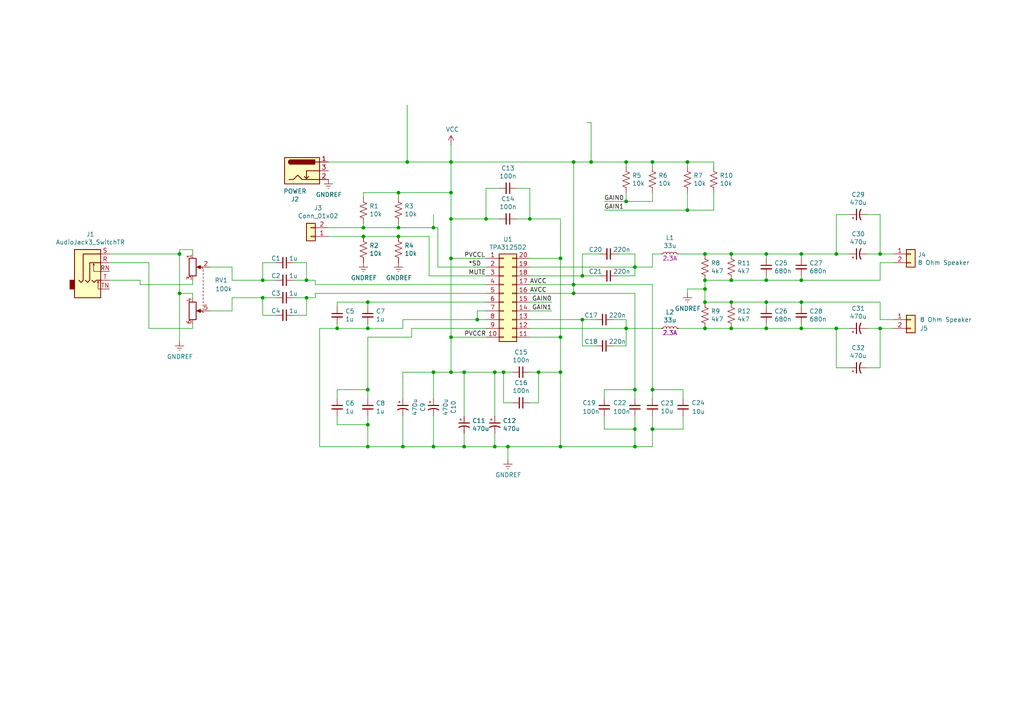
<source format=kicad_sch>
(kicad_sch (version 20211123) (generator eeschema)
  (paper "A4")
  (lib_symbols
    (symbol "Connector:AudioJack3_SwitchTR"
      (property "Reference" "J" (at 0 8.89 0))
      (property "Value" "AudioJack3_SwitchTR" (at 0 6.35 0))
      (symbol "AudioJack3_SwitchTR_0_1"
        (rectangle (start -5.08 -5.08) (end -6.35 -7.62) (stroke (width 0.254)) (fill (type outline)))
        (polyline (pts (xy 0.508 -0.254) (xy 0.762 -0.762)))
        (polyline (pts (xy 1.778 -5.334) (xy 2.032 -5.842)))
        (polyline (pts (xy 0 -5.08) (xy 0.635 -5.715) (xy 1.27 -5.08) (xy 2.54 -5.08)) (stroke (width 0.254)))
        (polyline (pts (xy 2.54 -7.62) (xy 1.778 -7.62) (xy 1.778 -5.334) (xy 1.524 -5.842)))
        (polyline (pts (xy 2.54 -2.54) (xy 0.508 -2.54) (xy 0.508 -0.254) (xy 0.254 -0.762)))
        (polyline (pts (xy -1.905 -5.08) (xy -1.27 -5.715) (xy -0.635 -5.08) (xy -0.635 0) (xy 2.54 0)) (stroke (width 0.254)))
        (polyline (pts (xy 2.54 2.54) (xy -2.54 2.54) (xy -2.54 -5.08) (xy -3.175 -5.715) (xy -3.81 -5.08)) (stroke (width 0.254)))
        (rectangle (start 2.54 3.81) (end -5.08 -10.16) (stroke (width 0.254)) (fill (type background)))
      )
      (symbol "AudioJack3_SwitchTR_1_1"
        (pin passive line (at 5.08 0 180) (length 2.54) (name "~") (number "R"))
        (pin passive line (at 5.08 -2.54 180) (length 2.54) (name "~") (number "RN"))
        (pin passive line (at 5.08 2.54 180) (length 2.54) (name "~") (number "S"))
        (pin passive line (at 5.08 -5.08 180) (length 2.54) (name "~") (number "T"))
        (pin passive line (at 5.08 -7.62 180) (length 2.54) (name "~") (number "TN"))
      )
    )
    (symbol "Connector:Barrel_Jack_Switch" (pin_names hide)
      (property "Reference" "J" (at 0 5.334 0))
      (property "Value" "Barrel_Jack_Switch" (at 0 -5.08 0))
      (symbol "Barrel_Jack_Switch_0_1"
        (rectangle (start -5.08 3.81) (end 5.08 -3.81) (stroke (width 0.254)) (fill (type background)))
        (arc (start -3.302 3.175) (mid -3.937 2.54) (end -3.302 1.905) (stroke (width 0.254)))
        (arc (start -3.302 3.175) (mid -3.937 2.54) (end -3.302 1.905) (stroke (width 0.254)) (fill (type outline)))
        (polyline (pts (xy 1.27 -2.286) (xy 1.905 -1.651)) (stroke (width 0.254)))
        (polyline (pts (xy 5.08 2.54) (xy 3.81 2.54)) (stroke (width 0.254)))
        (polyline (pts (xy 5.08 0) (xy 1.27 0) (xy 1.27 -2.286) (xy 0.635 -1.651)) (stroke (width 0.254)))
        (polyline (pts (xy -3.81 -2.54) (xy -2.54 -2.54) (xy -1.27 -1.27) (xy 0 -2.54) (xy 2.54 -2.54) (xy 5.08 -2.54)) (stroke (width 0.254)))
        (rectangle (start 3.683 3.175) (end -3.302 1.905) (stroke (width 0.254)) (fill (type outline)))
      )
      (symbol "Barrel_Jack_Switch_1_1"
        (pin passive line (at 7.62 2.54 180) (length 2.54) (name "~") (number "1"))
        (pin passive line (at 7.62 -2.54 180) (length 2.54) (name "~") (number "2"))
        (pin passive line (at 7.62 0 180) (length 2.54) (name "~") (number "3"))
      )
    )
    (symbol "Connector_Generic:Conn_01x02" (pin_names (offset 1.016) hide)
      (property "Reference" "J" (at 0 2.54 0))
      (property "Value" "Conn_01x02" (at 0 -5.08 0))
      (symbol "Conn_01x02_1_1"
        (rectangle (start -1.27 -2.413) (end 0 -2.667) (stroke (width 0.1524)))
        (rectangle (start -1.27 0.127) (end 0 -0.127) (stroke (width 0.1524)))
        (rectangle (start -1.27 1.27) (end 1.27 -3.81) (stroke (width 0.254)) (fill (type background)))
        (pin passive line (at -5.08 0 0) (length 3.81) (name "Pin_1") (number "1"))
        (pin passive line (at -5.08 -2.54 0) (length 3.81) (name "Pin_2") (number "2"))
      )
    )
    (symbol "Connector_Generic:Conn_02x10_Counter_Clockwise" (pin_names (offset 1.016) hide)
      (property "Reference" "J" (at 1.27 12.7 0))
      (property "Value" "Conn_02x10_Counter_Clockwise" (at 1.27 -15.24 0))
      (symbol "Conn_02x10_Counter_Clockwise_1_1"
        (rectangle (start -1.27 -12.573) (end 0 -12.827) (stroke (width 0.1524)))
        (rectangle (start -1.27 -10.033) (end 0 -10.287) (stroke (width 0.1524)))
        (rectangle (start -1.27 -7.493) (end 0 -7.747) (stroke (width 0.1524)))
        (rectangle (start -1.27 -4.953) (end 0 -5.207) (stroke (width 0.1524)))
        (rectangle (start -1.27 -2.413) (end 0 -2.667) (stroke (width 0.1524)))
        (rectangle (start -1.27 0.127) (end 0 -0.127) (stroke (width 0.1524)))
        (rectangle (start -1.27 2.667) (end 0 2.413) (stroke (width 0.1524)))
        (rectangle (start -1.27 5.207) (end 0 4.953) (stroke (width 0.1524)))
        (rectangle (start -1.27 7.747) (end 0 7.493) (stroke (width 0.1524)))
        (rectangle (start -1.27 10.287) (end 0 10.033) (stroke (width 0.1524)))
        (rectangle (start -1.27 11.43) (end 3.81 -13.97) (stroke (width 0.254)) (fill (type background)))
        (rectangle (start 3.81 -12.573) (end 2.54 -12.827) (stroke (width 0.1524)))
        (rectangle (start 3.81 -10.033) (end 2.54 -10.287) (stroke (width 0.1524)))
        (rectangle (start 3.81 -7.493) (end 2.54 -7.747) (stroke (width 0.1524)))
        (rectangle (start 3.81 -4.953) (end 2.54 -5.207) (stroke (width 0.1524)))
        (rectangle (start 3.81 -2.413) (end 2.54 -2.667) (stroke (width 0.1524)))
        (rectangle (start 3.81 0.127) (end 2.54 -0.127) (stroke (width 0.1524)))
        (rectangle (start 3.81 2.667) (end 2.54 2.413) (stroke (width 0.1524)))
        (rectangle (start 3.81 5.207) (end 2.54 4.953) (stroke (width 0.1524)))
        (rectangle (start 3.81 7.747) (end 2.54 7.493) (stroke (width 0.1524)))
        (rectangle (start 3.81 10.287) (end 2.54 10.033) (stroke (width 0.1524)))
        (pin passive line (at -5.08 10.16 0) (length 3.81) (name "Pin_1") (number "1"))
        (pin passive line (at -5.08 -12.7 0) (length 3.81) (name "Pin_10") (number "10"))
        (pin passive line (at 7.62 -12.7 180) (length 3.81) (name "Pin_11") (number "11"))
        (pin passive line (at 7.62 -10.16 180) (length 3.81) (name "Pin_12") (number "12"))
        (pin passive line (at 7.62 -7.62 180) (length 3.81) (name "Pin_13") (number "13"))
        (pin passive line (at 7.62 -5.08 180) (length 3.81) (name "Pin_14") (number "14"))
        (pin passive line (at 7.62 -2.54 180) (length 3.81) (name "Pin_15") (number "15"))
        (pin passive line (at 7.62 0 180) (length 3.81) (name "Pin_16") (number "16"))
        (pin passive line (at 7.62 2.54 180) (length 3.81) (name "Pin_17") (number "17"))
        (pin passive line (at 7.62 5.08 180) (length 3.81) (name "Pin_18") (number "18"))
        (pin passive line (at 7.62 7.62 180) (length 3.81) (name "Pin_19") (number "19"))
        (pin passive line (at -5.08 7.62 0) (length 3.81) (name "Pin_2") (number "2"))
        (pin passive line (at 7.62 10.16 180) (length 3.81) (name "Pin_20") (number "20"))
        (pin passive line (at -5.08 5.08 0) (length 3.81) (name "Pin_3") (number "3"))
        (pin passive line (at -5.08 2.54 0) (length 3.81) (name "Pin_4") (number "4"))
        (pin passive line (at -5.08 0 0) (length 3.81) (name "Pin_5") (number "5"))
        (pin passive line (at -5.08 -2.54 0) (length 3.81) (name "Pin_6") (number "6"))
        (pin passive line (at -5.08 -5.08 0) (length 3.81) (name "Pin_7") (number "7"))
        (pin passive line (at -5.08 -7.62 0) (length 3.81) (name "Pin_8") (number "8"))
        (pin passive line (at -5.08 -10.16 0) (length 3.81) (name "Pin_9") (number "9"))
      )
    )
    (symbol "Device:CP1_Small" (pin_numbers hide) (pin_names (offset 0.254) hide)
      (property "Reference" "C" (at 0.254 1.778 0))
      (property "Value" "Device_CP1_Small" (at 0.254 -2.032 0))
      (symbol "CP1_Small_0_1"
        (polyline (pts (xy -1.524 0.508) (xy 1.524 0.508)) (stroke (width 0.3048)))
        (polyline (pts (xy -1.27 1.524) (xy -0.762 1.524)))
        (polyline (pts (xy -1.016 1.27) (xy -1.016 1.778)))
        (arc (start 1.524 -0.762) (mid 0 -0.3734) (end -1.524 -0.762) (stroke (width 0.3048)))
      )
      (symbol "CP1_Small_1_1"
        (pin passive line (at 0 2.54 270) (length 2.032) (name "~") (number "1"))
        (pin passive line (at 0 -2.54 90) (length 2.032) (name "~") (number "2"))
      )
    )
    (symbol "Device:C_Small" (pin_numbers hide) (pin_names (offset 0.254) hide)
      (property "Reference" "C" (at 0.254 1.778 0))
      (property "Value" "C_Small" (at 0.254 -2.032 0))
      (symbol "C_Small_0_1"
        (polyline (pts (xy -1.524 -0.508) (xy 1.524 -0.508)) (stroke (width 0.3302)))
        (polyline (pts (xy -1.524 0.508) (xy 1.524 0.508)) (stroke (width 0.3048)))
      )
      (symbol "C_Small_1_1"
        (pin passive line (at 0 2.54 270) (length 2.032) (name "~") (number "1"))
        (pin passive line (at 0 -2.54 90) (length 2.032) (name "~") (number "2"))
      )
    )
    (symbol "Device:L_Small" (pin_numbers hide) (pin_names (offset 0.254) hide)
      (property "Reference" "L" (at 0.762 1.016 0))
      (property "Value" "L_Small" (at 0.762 -1.016 0))
      (symbol "L_Small_0_1"
        (arc (start 0 -2.032) (mid 0.508 -1.524) (end 0 -1.016))
        (arc (start 0 -1.016) (mid 0.508 -0.508) (end 0 0))
        (arc (start 0 0) (mid 0.508 0.508) (end 0 1.016))
        (arc (start 0 1.016) (mid 0.508 1.524) (end 0 2.032))
      )
      (symbol "L_Small_1_1"
        (pin passive line (at 0 2.54 270) (length 0.508) (name "~") (number "1"))
        (pin passive line (at 0 -2.54 90) (length 0.508) (name "~") (number "2"))
      )
    )
    (symbol "Device:R_POT_Dual" (pin_names (offset 1.016) hide)
      (property "Reference" "RV" (at 0 3.81 0))
      (property "Value" "Device_R_POT_Dual" (at 0 1.905 0))
      (symbol "R_POT_Dual_0_1"
        (rectangle (start -8.89 -1.524) (end -3.81 -3.556) (stroke (width 0.254)))
        (polyline (pts (xy -6.35 0) (xy -6.35 -1.016)))
        (polyline (pts (xy -6.35 0) (xy -6.35 -1.016)))
        (polyline (pts (xy -6.35 0) (xy -5.842 0.508)))
        (polyline (pts (xy -5.588 0.508) (xy -5.08 0.508)))
        (polyline (pts (xy -4.572 0.508) (xy -4.064 0.508)))
        (polyline (pts (xy -3.556 0.508) (xy -3.048 0.508)))
        (polyline (pts (xy -2.54 0.508) (xy -2.032 0.508)))
        (polyline (pts (xy -1.524 0.508) (xy -1.016 0.508)))
        (polyline (pts (xy -0.508 0.508) (xy 0 0.508)))
        (polyline (pts (xy 0.508 0.508) (xy 1.016 0.508)))
        (polyline (pts (xy 1.524 0.508) (xy 2.032 0.508)))
        (polyline (pts (xy 2.54 0.508) (xy 3.048 0.508)))
        (polyline (pts (xy 3.556 0.508) (xy 4.064 0.508)))
        (polyline (pts (xy 4.572 0.508) (xy 5.08 0.508)))
        (polyline (pts (xy 5.588 0.508) (xy 6.096 0.508)))
        (polyline (pts (xy 6.35 0) (xy 6.35 -1.016)))
        (polyline (pts (xy 6.35 0) (xy 6.35 -1.016)))
        (polyline (pts (xy 6.604 0.508) (xy 6.858 0.508) (xy 6.35 0)))
        (polyline (pts (xy -6.35 -1.397) (xy -6.858 -0.254) (xy -5.842 -0.254) (xy -6.35 -1.397)) (fill (type outline)))
        (polyline (pts (xy 6.35 -1.397) (xy 5.842 -0.254) (xy 6.858 -0.254) (xy 6.35 -1.397)) (fill (type outline)))
        (rectangle (start 3.81 -1.524) (end 8.89 -3.556) (stroke (width 0.254)))
      )
      (symbol "R_POT_Dual_1_1"
        (pin passive line (at -10.16 -2.54 0) (length 1.27) (name "1") (number "1"))
        (pin passive line (at -6.35 2.54 270) (length 2.54) (name "2") (number "2"))
        (pin passive line (at -2.54 -2.54 180) (length 1.27) (name "3") (number "3"))
        (pin passive line (at 2.54 -2.54 0) (length 1.27) (name "4") (number "4"))
        (pin passive line (at 6.35 2.54 270) (length 2.54) (name "5") (number "5"))
        (pin passive line (at 10.16 -2.54 180) (length 1.27) (name "6") (number "6"))
      )
    )
    (symbol "Device:R_US" (pin_numbers hide) (pin_names (offset 0))
      (property "Reference" "R" (at 2.54 0 90))
      (property "Value" "R_US" (at -2.54 0 90))
      (symbol "R_US_0_1"
        (polyline (pts (xy 0 -2.286) (xy 0 -2.54)))
        (polyline (pts (xy 0 2.286) (xy 0 2.54)))
        (polyline (pts (xy 0 -0.762) (xy 1.016 -1.143) (xy 0 -1.524) (xy -1.016 -1.905) (xy 0 -2.286)))
        (polyline (pts (xy 0 0.762) (xy 1.016 0.381) (xy 0 0) (xy -1.016 -0.381) (xy 0 -0.762)))
        (polyline (pts (xy 0 2.286) (xy 1.016 1.905) (xy 0 1.524) (xy -1.016 1.143) (xy 0 0.762)))
      )
      (symbol "R_US_1_1"
        (pin passive line (at 0 3.81 270) (length 1.27) (name "~") (number "1"))
        (pin passive line (at 0 -3.81 90) (length 1.27) (name "~") (number "2"))
      )
    )
    (symbol "power:GNDREF" (power) (pin_names (offset 0))
      (property "Value" "GNDREF" (at 0 -3.81 0))
      (symbol "GNDREF_0_1"
        (polyline (pts (xy -0.635 -1.905) (xy 0.635 -1.905)))
        (polyline (pts (xy -0.127 -2.54) (xy 0.127 -2.54)))
        (polyline (pts (xy 0 -1.27) (xy 0 0)))
        (polyline (pts (xy 1.27 -1.27) (xy -1.27 -1.27)))
      )
      (symbol "GNDREF_1_1"
        (pin power_in line (at 0 0 270) (length 0) hide (name "GNDREF") (number "1"))
      )
    )
    (symbol "power:VCC" (power) (pin_names (offset 0))
      (property "Value" "VCC" (at 0 3.81 0))
      (symbol "VCC_0_1"
        (polyline (pts (xy -0.762 1.27) (xy 0 2.54)))
        (polyline (pts (xy 0 0) (xy 0 2.54)))
        (polyline (pts (xy 0 2.54) (xy 0.762 1.27)))
      )
      (symbol "VCC_1_1"
        (pin power_in line (at 0 0 90) (length 0) hide (name "VCC") (number "1"))
      )
    )
  )
  (junction (at 199.39 60.96))
  (junction (at 52.07 73.66))
  (junction (at 222.25 81.28))
  (junction (at 199.39 46.99))
  (junction (at 166.37 46.99))
  (junction (at 168.91 92.71))
  (junction (at 134.62 129.54))
  (junction (at 222.25 87.63))
  (junction (at 115.57 68.58))
  (junction (at 106.68 113.03))
  (junction (at 204.47 73.66))
  (junction (at 181.61 95.25))
  (junction (at 189.23 124.46))
  (junction (at 106.68 129.54))
  (junction (at 138.43 92.71))
  (junction (at 232.41 73.66))
  (junction (at 222.25 95.25))
  (junction (at 255.27 73.66))
  (junction (at 130.81 74.93))
  (junction (at 76.2 86.36))
  (junction (at 153.67 63.5))
  (junction (at 118.11 46.99))
  (junction (at 181.61 46.99))
  (junction (at 115.57 66.04))
  (junction (at 140.97 63.5))
  (junction (at 130.81 107.95))
  (junction (at 130.81 55.88))
  (junction (at 106.68 95.25))
  (junction (at 212.09 73.66))
  (junction (at 52.07 85.09))
  (junction (at 204.47 87.63))
  (junction (at 88.9 86.36))
  (junction (at 105.41 66.04))
  (junction (at 88.9 81.28))
  (junction (at 242.57 95.25))
  (junction (at 166.37 82.55))
  (junction (at 189.23 46.99))
  (junction (at 106.68 87.63))
  (junction (at 204.47 95.25))
  (junction (at 232.41 95.25))
  (junction (at 105.41 68.58))
  (junction (at 166.37 85.09))
  (junction (at 242.57 73.66))
  (junction (at 168.91 80.01))
  (junction (at 115.57 55.88))
  (junction (at 125.73 107.95))
  (junction (at 156.21 107.95))
  (junction (at 130.81 97.79))
  (junction (at 106.68 123.19))
  (junction (at 184.15 113.03))
  (junction (at 232.41 87.63))
  (junction (at 116.84 129.54))
  (junction (at 204.47 81.28))
  (junction (at 143.51 129.54))
  (junction (at 204.47 83.82))
  (junction (at 184.15 129.54))
  (junction (at 146.05 107.95))
  (junction (at 162.56 97.79))
  (junction (at 76.2 81.28))
  (junction (at 212.09 95.25))
  (junction (at 130.81 46.99))
  (junction (at 162.56 107.95))
  (junction (at 171.45 46.99))
  (junction (at 255.27 95.25))
  (junction (at 125.73 66.04))
  (junction (at 147.32 129.54))
  (junction (at 181.61 58.42))
  (junction (at 212.09 81.28))
  (junction (at 184.15 77.47))
  (junction (at 222.25 73.66))
  (junction (at 189.23 113.03))
  (junction (at 143.51 107.95))
  (junction (at 212.09 87.63))
  (junction (at 162.56 74.93))
  (junction (at 97.79 95.25))
  (junction (at 184.15 124.46))
  (junction (at 162.56 129.54))
  (junction (at 232.41 81.28))
  (junction (at 130.81 63.5))
  (junction (at 125.73 129.54))
  (junction (at 134.62 107.95))
  (wire (pts (xy 149.86 54.61) (xy 153.67 54.61)))
  (wire (pts (xy 105.41 68.58) (xy 95.25 68.58)))
  (wire (pts (xy 172.72 100.33) (xy 168.91 100.33)))
  (wire (pts (xy 160.02 90.17) (xy 153.67 90.17)))
  (wire (pts (xy 55.88 72.39) (xy 52.07 72.39)))
  (wire (pts (xy 125.73 62.23) (xy 125.73 66.04)))
  (wire (pts (xy 153.67 116.84) (xy 156.21 116.84)))
  (wire (pts (xy 91.44 81.28) (xy 88.9 81.28)))
  (wire (pts (xy 119.38 95.25) (xy 140.97 95.25)))
  (wire (pts (xy 232.41 81.28) (xy 255.27 81.28)))
  (wire (pts (xy 204.47 83.82) (xy 204.47 87.63)))
  (wire (pts (xy 171.45 46.99) (xy 171.45 35.56)))
  (wire (pts (xy 31.75 76.2) (xy 43.18 76.2)))
  (wire (pts (xy 40.64 81.28) (xy 31.75 81.28)))
  (wire (pts (xy 175.26 113.03) (xy 184.15 113.03)))
  (wire (pts (xy 168.91 100.33) (xy 168.91 92.71)))
  (wire (pts (xy 153.67 107.95) (xy 156.21 107.95)))
  (wire (pts (xy 95.25 46.99) (xy 118.11 46.99)))
  (wire (pts (xy 106.68 113.03) (xy 106.68 115.57)))
  (wire (pts (xy 140.97 97.79) (xy 130.81 97.79)))
  (wire (pts (xy 134.62 120.65) (xy 134.62 107.95)))
  (wire (pts (xy 242.57 62.23) (xy 242.57 73.66)))
  (wire (pts (xy 259.08 95.25) (xy 255.27 95.25)))
  (wire (pts (xy 130.81 46.99) (xy 130.81 41.91)))
  (wire (pts (xy 97.79 87.63) (xy 106.68 87.63)))
  (wire (pts (xy 166.37 82.55) (xy 189.23 82.55)))
  (wire (pts (xy 127 66.04) (xy 125.73 66.04)))
  (wire (pts (xy 130.81 63.5) (xy 130.81 74.93)))
  (wire (pts (xy 43.18 95.25) (xy 55.88 95.25)))
  (wire (pts (xy 175.26 115.57) (xy 175.26 113.03)))
  (wire (pts (xy 119.38 97.79) (xy 106.68 97.79)))
  (wire (pts (xy 184.15 124.46) (xy 184.15 129.54)))
  (wire (pts (xy 204.47 81.28) (xy 204.47 83.82)))
  (wire (pts (xy 199.39 46.99) (xy 207.01 46.99)))
  (wire (pts (xy 162.56 97.79) (xy 153.67 97.79)))
  (wire (pts (xy 148.59 107.95) (xy 146.05 107.95)))
  (wire (pts (xy 80.01 76.2) (xy 76.2 76.2)))
  (wire (pts (xy 222.25 80.01) (xy 222.25 81.28)))
  (wire (pts (xy 85.09 91.44) (xy 88.9 91.44)))
  (wire (pts (xy 222.25 87.63) (xy 232.41 87.63)))
  (wire (pts (xy 162.56 74.93) (xy 162.56 97.79)))
  (wire (pts (xy 146.05 116.84) (xy 146.05 107.95)))
  (wire (pts (xy 55.88 86.36) (xy 55.88 85.09)))
  (wire (pts (xy 181.61 46.99) (xy 189.23 46.99)))
  (wire (pts (xy 67.31 81.28) (xy 76.2 81.28)))
  (wire (pts (xy 251.46 73.66) (xy 255.27 73.66)))
  (wire (pts (xy 76.2 86.36) (xy 80.01 86.36)))
  (wire (pts (xy 189.23 77.47) (xy 189.23 73.66)))
  (wire (pts (xy 52.07 73.66) (xy 52.07 85.09)))
  (wire (pts (xy 196.85 73.66) (xy 204.47 73.66)))
  (wire (pts (xy 181.61 46.99) (xy 181.61 48.26)))
  (wire (pts (xy 162.56 107.95) (xy 162.56 97.79)))
  (wire (pts (xy 222.25 73.66) (xy 232.41 73.66)))
  (wire (pts (xy 207.01 46.99) (xy 207.01 48.26)))
  (wire (pts (xy 116.84 107.95) (xy 125.73 107.95)))
  (wire (pts (xy 166.37 85.09) (xy 166.37 82.55)))
  (wire (pts (xy 162.56 63.5) (xy 153.67 63.5)))
  (wire (pts (xy 76.2 91.44) (xy 76.2 86.36)))
  (wire (pts (xy 153.67 95.25) (xy 181.61 95.25)))
  (wire (pts (xy 92.71 95.25) (xy 92.71 129.54)))
  (wire (pts (xy 175.26 60.96) (xy 199.39 60.96)))
  (wire (pts (xy 153.67 92.71) (xy 168.91 92.71)))
  (wire (pts (xy 97.79 115.57) (xy 97.79 113.03)))
  (wire (pts (xy 140.97 85.09) (xy 91.44 85.09)))
  (wire (pts (xy 115.57 66.04) (xy 105.41 66.04)))
  (wire (pts (xy 116.84 129.54) (xy 125.73 129.54)))
  (wire (pts (xy 124.46 80.01) (xy 124.46 68.58)))
  (wire (pts (xy 91.44 82.55) (xy 91.44 81.28)))
  (wire (pts (xy 88.9 91.44) (xy 88.9 86.36)))
  (wire (pts (xy 184.15 77.47) (xy 189.23 77.47)))
  (wire (pts (xy 76.2 76.2) (xy 76.2 81.28)))
  (wire (pts (xy 181.61 58.42) (xy 189.23 58.42)))
  (wire (pts (xy 85.09 76.2) (xy 88.9 76.2)))
  (wire (pts (xy 166.37 46.99) (xy 171.45 46.99)))
  (wire (pts (xy 196.85 95.25) (xy 204.47 95.25)))
  (wire (pts (xy 222.25 93.98) (xy 222.25 95.25)))
  (wire (pts (xy 170.18 35.56) (xy 171.45 35.56)))
  (wire (pts (xy 199.39 60.96) (xy 207.01 60.96)))
  (wire (pts (xy 198.12 124.46) (xy 189.23 124.46)))
  (wire (pts (xy 105.41 66.04) (xy 95.25 66.04)))
  (wire (pts (xy 91.44 86.36) (xy 88.9 86.36)))
  (wire (pts (xy 199.39 85.09) (xy 199.39 83.82)))
  (wire (pts (xy 189.23 58.42) (xy 189.23 55.88)))
  (wire (pts (xy 80.01 91.44) (xy 76.2 91.44)))
  (wire (pts (xy 162.56 129.54) (xy 147.32 129.54)))
  (wire (pts (xy 222.25 81.28) (xy 232.41 81.28)))
  (wire (pts (xy 134.62 125.73) (xy 134.62 129.54)))
  (wire (pts (xy 251.46 106.68) (xy 255.27 106.68)))
  (wire (pts (xy 148.59 116.84) (xy 146.05 116.84)))
  (wire (pts (xy 189.23 73.66) (xy 191.77 73.66)))
  (wire (pts (xy 222.25 95.25) (xy 232.41 95.25)))
  (wire (pts (xy 97.79 95.25) (xy 106.68 95.25)))
  (wire (pts (xy 189.23 124.46) (xy 189.23 129.54)))
  (wire (pts (xy 232.41 93.98) (xy 232.41 95.25)))
  (wire (pts (xy 232.41 80.01) (xy 232.41 81.28)))
  (wire (pts (xy 173.99 73.66) (xy 168.91 73.66)))
  (wire (pts (xy 138.43 90.17) (xy 138.43 92.71)))
  (wire (pts (xy 232.41 88.9) (xy 232.41 87.63)))
  (wire (pts (xy 246.38 62.23) (xy 242.57 62.23)))
  (wire (pts (xy 67.31 86.36) (xy 67.31 90.17)))
  (wire (pts (xy 171.45 46.99) (xy 181.61 46.99)))
  (wire (pts (xy 212.09 81.28) (xy 204.47 81.28)))
  (wire (pts (xy 140.97 82.55) (xy 91.44 82.55)))
  (wire (pts (xy 184.15 120.65) (xy 184.15 124.46)))
  (wire (pts (xy 106.68 123.19) (xy 106.68 129.54)))
  (wire (pts (xy 55.88 85.09) (xy 52.07 85.09)))
  (wire (pts (xy 106.68 129.54) (xy 116.84 129.54)))
  (wire (pts (xy 175.26 124.46) (xy 184.15 124.46)))
  (wire (pts (xy 222.25 88.9) (xy 222.25 87.63)))
  (wire (pts (xy 140.97 74.93) (xy 130.81 74.93)))
  (wire (pts (xy 105.41 57.15) (xy 105.41 55.88)))
  (wire (pts (xy 166.37 82.55) (xy 153.67 82.55)))
  (wire (pts (xy 198.12 115.57) (xy 198.12 113.03)))
  (wire (pts (xy 143.51 120.65) (xy 143.51 107.95)))
  (wire (pts (xy 222.25 87.63) (xy 212.09 87.63)))
  (wire (pts (xy 127 77.47) (xy 127 66.04)))
  (wire (pts (xy 130.81 97.79) (xy 130.81 107.95)))
  (wire (pts (xy 140.97 54.61) (xy 140.97 63.5)))
  (wire (pts (xy 212.09 87.63) (xy 204.47 87.63)))
  (wire (pts (xy 52.07 85.09) (xy 52.07 99.06)))
  (wire (pts (xy 162.56 74.93) (xy 162.56 63.5)))
  (wire (pts (xy 153.67 87.63) (xy 160.02 87.63)))
  (wire (pts (xy 55.88 73.66) (xy 55.88 72.39)))
  (wire (pts (xy 255.27 81.28) (xy 255.27 76.2)))
  (wire (pts (xy 153.67 85.09) (xy 166.37 85.09)))
  (wire (pts (xy 189.23 113.03) (xy 189.23 115.57)))
  (wire (pts (xy 242.57 73.66) (xy 246.38 73.66)))
  (wire (pts (xy 125.73 129.54) (xy 134.62 129.54)))
  (wire (pts (xy 143.51 129.54) (xy 134.62 129.54)))
  (wire (pts (xy 55.88 82.55) (xy 55.88 81.28)))
  (wire (pts (xy 140.97 63.5) (xy 144.78 63.5)))
  (wire (pts (xy 88.9 76.2) (xy 88.9 81.28)))
  (wire (pts (xy 189.23 48.26) (xy 189.23 46.99)))
  (wire (pts (xy 52.07 72.39) (xy 52.07 73.66)))
  (wire (pts (xy 199.39 48.26) (xy 199.39 46.99)))
  (wire (pts (xy 162.56 107.95) (xy 162.56 129.54)))
  (wire (pts (xy 40.64 82.55) (xy 40.64 81.28)))
  (wire (pts (xy 106.68 87.63) (xy 140.97 87.63)))
  (wire (pts (xy 125.73 107.95) (xy 130.81 107.95)))
  (wire (pts (xy 97.79 120.65) (xy 97.79 123.19)))
  (wire (pts (xy 147.32 129.54) (xy 143.51 129.54)))
  (wire (pts (xy 189.23 46.99) (xy 199.39 46.99)))
  (wire (pts (xy 255.27 62.23) (xy 255.27 73.66)))
  (wire (pts (xy 97.79 95.25) (xy 97.79 93.98)))
  (wire (pts (xy 130.81 107.95) (xy 134.62 107.95)))
  (wire (pts (xy 166.37 46.99) (xy 130.81 46.99)))
  (wire (pts (xy 116.84 115.57) (xy 116.84 107.95)))
  (wire (pts (xy 67.31 77.47) (xy 60.96 77.47)))
  (wire (pts (xy 140.97 80.01) (xy 124.46 80.01)))
  (wire (pts (xy 146.05 107.95) (xy 143.51 107.95)))
  (wire (pts (xy 130.81 55.88) (xy 130.81 63.5)))
  (wire (pts (xy 255.27 87.63) (xy 255.27 92.71)))
  (wire (pts (xy 232.41 74.93) (xy 232.41 73.66)))
  (wire (pts (xy 181.61 95.25) (xy 181.61 92.71)))
  (wire (pts (xy 116.84 95.25) (xy 106.68 95.25)))
  (wire (pts (xy 199.39 55.88) (xy 199.39 60.96)))
  (wire (pts (xy 55.88 82.55) (xy 40.64 82.55)))
  (wire (pts (xy 255.27 95.25) (xy 251.46 95.25)))
  (wire (pts (xy 97.79 123.19) (xy 106.68 123.19)))
  (wire (pts (xy 106.68 97.79) (xy 106.68 113.03)))
  (wire (pts (xy 31.75 73.66) (xy 52.07 73.66)))
  (wire (pts (xy 168.91 73.66) (xy 168.91 80.01)))
  (wire (pts (xy 222.25 74.93) (xy 222.25 73.66)))
  (wire (pts (xy 115.57 64.77) (xy 115.57 66.04)))
  (wire (pts (xy 212.09 73.66) (xy 222.25 73.66)))
  (wire (pts (xy 156.21 107.95) (xy 162.56 107.95)))
  (wire (pts (xy 76.2 86.36) (xy 67.31 86.36)))
  (wire (pts (xy 166.37 85.09) (xy 184.15 85.09)))
  (wire (pts (xy 184.15 73.66) (xy 184.15 77.47)))
  (wire (pts (xy 143.51 125.73) (xy 143.51 129.54)))
  (wire (pts (xy 181.61 100.33) (xy 181.61 95.25)))
  (wire (pts (xy 153.67 77.47) (xy 184.15 77.47)))
  (wire (pts (xy 204.47 95.25) (xy 212.09 95.25)))
  (wire (pts (xy 181.61 58.42) (xy 175.26 58.42)))
  (wire (pts (xy 177.8 100.33) (xy 181.61 100.33)))
  (wire (pts (xy 115.57 68.58) (xy 105.41 68.58)))
  (wire (pts (xy 246.38 106.68) (xy 242.57 106.68)))
  (wire (pts (xy 144.78 54.61) (xy 140.97 54.61)))
  (wire (pts (xy 130.81 63.5) (xy 140.97 63.5)))
  (wire (pts (xy 143.51 107.95) (xy 134.62 107.95)))
  (wire (pts (xy 116.84 92.71) (xy 116.84 95.25)))
  (wire (pts (xy 181.61 92.71) (xy 177.8 92.71)))
  (wire (pts (xy 119.38 95.25) (xy 119.38 97.79)))
  (wire (pts (xy 140.97 77.47) (xy 127 77.47)))
  (wire (pts (xy 198.12 113.03) (xy 189.23 113.03)))
  (wire (pts (xy 168.91 80.01) (xy 173.99 80.01)))
  (wire (pts (xy 222.25 81.28) (xy 212.09 81.28)))
  (wire (pts (xy 153.67 74.93) (xy 162.56 74.93)))
  (wire (pts (xy 166.37 82.55) (xy 166.37 46.99)))
  (wire (pts (xy 125.73 115.57) (xy 125.73 107.95)))
  (wire (pts (xy 181.61 55.88) (xy 181.61 58.42)))
  (wire (pts (xy 199.39 83.82) (xy 204.47 83.82)))
  (wire (pts (xy 88.9 86.36) (xy 85.09 86.36)))
  (wire (pts (xy 97.79 113.03) (xy 106.68 113.03)))
  (wire (pts (xy 115.57 57.15) (xy 115.57 55.88)))
  (wire (pts (xy 189.23 129.54) (xy 184.15 129.54)))
  (wire (pts (xy 106.68 93.98) (xy 106.68 95.25)))
  (wire (pts (xy 153.67 54.61) (xy 153.67 63.5)))
  (wire (pts (xy 106.68 88.9) (xy 106.68 87.63)))
  (wire (pts (xy 67.31 90.17) (xy 60.96 90.17)))
  (wire (pts (xy 88.9 81.28) (xy 85.09 81.28)))
  (wire (pts (xy 130.81 46.99) (xy 130.81 55.88)))
  (wire (pts (xy 140.97 90.17) (xy 138.43 90.17)))
  (wire (pts (xy 97.79 95.25) (xy 92.71 95.25)))
  (wire (pts (xy 130.81 97.79) (xy 130.81 74.93)))
  (wire (pts (xy 232.41 95.25) (xy 242.57 95.25)))
  (wire (pts (xy 43.18 76.2) (xy 43.18 95.25)))
  (wire (pts (xy 55.88 93.98) (xy 55.88 95.25)))
  (wire (pts (xy 184.15 80.01) (xy 179.07 80.01)))
  (wire (pts (xy 207.01 60.96) (xy 207.01 55.88)))
  (wire (pts (xy 118.11 46.99) (xy 130.81 46.99)))
  (wire (pts (xy 255.27 106.68) (xy 255.27 95.25)))
  (wire (pts (xy 189.23 82.55) (xy 189.23 113.03)))
  (wire (pts (xy 156.21 116.84) (xy 156.21 107.95)))
  (wire (pts (xy 138.43 92.71) (xy 140.97 92.71)))
  (wire (pts (xy 198.12 120.65) (xy 198.12 124.46)))
  (wire (pts (xy 153.67 80.01) (xy 168.91 80.01)))
  (wire (pts (xy 168.91 92.71) (xy 172.72 92.71)))
  (wire (pts (xy 92.71 129.54) (xy 106.68 129.54)))
  (wire (pts (xy 76.2 81.28) (xy 80.01 81.28)))
  (wire (pts (xy 147.32 133.35) (xy 147.32 129.54)))
  (wire (pts (xy 204.47 73.66) (xy 212.09 73.66)))
  (wire (pts (xy 255.27 76.2) (xy 259.08 76.2)))
  (wire (pts (xy 184.15 85.09) (xy 184.15 113.03)))
  (wire (pts (xy 184.15 113.03) (xy 184.15 115.57)))
  (wire (pts (xy 175.26 120.65) (xy 175.26 124.46)))
  (wire (pts (xy 242.57 95.25) (xy 246.38 95.25)))
  (wire (pts (xy 162.56 129.54) (xy 184.15 129.54)))
  (wire (pts (xy 125.73 66.04) (xy 115.57 66.04)))
  (wire (pts (xy 189.23 120.65) (xy 189.23 124.46)))
  (wire (pts (xy 106.68 120.65) (xy 106.68 123.19)))
  (wire (pts (xy 251.46 62.23) (xy 255.27 62.23)))
  (wire (pts (xy 184.15 77.47) (xy 184.15 80.01)))
  (wire (pts (xy 97.79 88.9) (xy 97.79 87.63)))
  (wire (pts (xy 115.57 68.58) (xy 124.46 68.58)))
  (wire (pts (xy 153.67 63.5) (xy 149.86 63.5)))
  (wire (pts (xy 232.41 87.63) (xy 255.27 87.63)))
  (wire (pts (xy 91.44 85.09) (xy 91.44 86.36)))
  (wire (pts (xy 105.41 64.77) (xy 105.41 66.04)))
  (wire (pts (xy 125.73 120.65) (xy 125.73 129.54)))
  (wire (pts (xy 118.11 30.48) (xy 118.11 46.99)))
  (wire (pts (xy 105.41 55.88) (xy 115.57 55.88)))
  (wire (pts (xy 181.61 95.25) (xy 191.77 95.25)))
  (wire (pts (xy 255.27 92.71) (xy 259.08 92.71)))
  (wire (pts (xy 115.57 55.88) (xy 130.81 55.88)))
  (wire (pts (xy 179.07 73.66) (xy 184.15 73.66)))
  (wire (pts (xy 232.41 73.66) (xy 242.57 73.66)))
  (wire (pts (xy 212.09 95.25) (xy 222.25 95.25)))
  (wire (pts (xy 242.57 106.68) (xy 242.57 95.25)))
  (wire (pts (xy 116.84 120.65) (xy 116.84 129.54)))
  (wire (pts (xy 138.43 92.71) (xy 116.84 92.71)))
  (wire (pts (xy 255.27 73.66) (xy 259.08 73.66)))
  (wire (pts (xy 67.31 81.28) (xy 67.31 77.47)))
  (label "PVCCR" (at 134.62 97.79 0))
  (label "GAIN0" (at 175.26 58.42 0))
  (label "AVCC" (at 153.67 85.09 0))
  (label "PVCCL" (at 134.62 74.93 0))
  (label "GAIN0" (at 160.02 87.63 180))
  (label "MUTE" (at 135.89 80.01 0))
  (label "*SD" (at 135.89 77.47 0))
  (label "GAIN1" (at 160.02 90.17 180))
  (label "GAIN1" (at 175.26 60.96 0))
  (label "AVCC" (at 153.67 82.55 0))
  (symbol (lib_id "Connector_Generic:Conn_02x10_Counter_Clockwise") (at 146.05 85.09 0) (unit 1)
    (property "Reference" "U1" (at 147.32 69.4182 0))
    (property "Value" "TPA3125D2" (at 147.32 71.7296 0))
    (property "Footprint" "Package_DIP:DIP-20_W7.62mm_LongPads" (effects hide))
    (property "Datasheet" "https://www.ti.com/lit/ds/symlink/tpa3125d2.pdf?ts=1645252699017" (effects hide))
  )
  (symbol (lib_id "Device:C_Small") (at 82.55 81.28 270) (unit 1)
    (property "Reference" "C2" (at 80.01 80.01 90))
    (property "Value" "1u" (at 85.09 80.01 90))
    (property "Footprint" "Capacitor_THT:CP_Radial_D8.0mm_P3.50mm" (effects hide))
  )
  (symbol (lib_id "Device:C_Small") (at 82.55 86.36 270) (unit 1)
    (property "Reference" "C3" (at 80.01 85.09 90))
    (property "Value" "1u" (at 85.09 85.09 90))
    (property "Footprint" "Capacitor_THT:CP_Radial_D8.0mm_P3.50mm" (effects hide))
  )
  (symbol (lib_id "Device:C_Small") (at 106.68 118.11 0) (unit 1)
    (property "Reference" "C8" (at 109.0168 116.9416 0) (effects (justify left)))
    (property "Value" "1u" (at 109.0168 119.253 0) (effects (justify left)))
    (property "Footprint" "Capacitor_THT:CP_Radial_D8.0mm_P3.50mm" (effects hide))
  )
  (symbol (lib_id "Device:C_Small") (at 151.13 107.95 270) (unit 1)
    (property "Reference" "C15" (at 151.13 102.1334 90))
    (property "Value" "100n" (at 151.13 104.4448 90))
    (property "Footprint" "Capacitor_THT:C_Rect_L7.2mm_W2.5mm_P5.00mm_FKS2_FKP2_MKS2_MKP2" (effects hide))
  )
  (symbol (lib_id "Device:C_Small") (at 147.32 63.5 270) (unit 1)
    (property "Reference" "C14" (at 147.32 57.6834 90))
    (property "Value" "100n" (at 147.32 59.9948 90))
    (property "Footprint" "Capacitor_THT:C_Rect_L7.2mm_W2.5mm_P5.00mm_FKS2_FKP2_MKS2_MKP2" (effects hide))
  )
  (symbol (lib_id "Device:C_Small") (at 176.53 80.01 270) (unit 1)
    (property "Reference" "C21" (at 172.72 78.74 90))
    (property "Value" "220n" (at 180.34 78.74 90))
    (property "Footprint" "Capacitor_SMD:C_0805_2012Metric_Pad1.18x1.45mm_HandSolder" (effects hide))
  )
  (symbol (lib_id "Device:C_Small") (at 175.26 92.71 270) (unit 1)
    (property "Reference" "C17" (at 171.45 91.44 90))
    (property "Value" "220n" (at 179.07 91.44 90))
    (property "Footprint" "Capacitor_SMD:C_0805_2012Metric_Pad1.18x1.45mm_HandSolder" (effects hide))
  )
  (symbol (lib_id "Device:C_Small") (at 184.15 118.11 0) (unit 1)
    (property "Reference" "C22" (at 177.8 116.84 0) (effects (justify left)))
    (property "Value" "100n" (at 177.8 119.38 0) (effects (justify left)))
    (property "Footprint" "Capacitor_THT:C_Rect_L7.2mm_W2.5mm_P5.00mm_FKS2_FKP2_MKS2_MKP2" (effects hide))
  )
  (symbol (lib_id "Device:C_Small") (at 222.25 77.47 0) (unit 1)
    (property "Reference" "C25" (at 224.5868 76.3016 0) (effects (justify left)))
    (property "Value" "680n" (at 224.5868 78.613 0) (effects (justify left)))
    (property "Footprint" "Capacitor_SMD:C_0805_2012Metric_Pad1.18x1.45mm_HandSolder" (effects hide))
  )
  (symbol (lib_id "Device:C_Small") (at 222.25 91.44 0) (unit 1)
    (property "Reference" "C26" (at 224.5868 90.2716 0) (effects (justify left)))
    (property "Value" "680n" (at 224.5868 92.583 0) (effects (justify left)))
    (property "Footprint" "Capacitor_SMD:C_0805_2012Metric_Pad1.18x1.45mm_HandSolder" (effects hide))
  )
  (symbol (lib_id "Device:C_Small") (at 189.23 118.11 0) (unit 1)
    (property "Reference" "C23" (at 191.5668 116.9416 0) (effects (justify left)))
    (property "Value" "10u" (at 191.5668 119.253 0) (effects (justify left)))
    (property "Footprint" "Capacitor_SMD:C_0805_2012Metric_Pad1.18x1.45mm_HandSolder" (effects hide))
  )
  (symbol (lib_id "Device:CP1_Small") (at 248.92 73.66 90) (unit 1)
    (property "Reference" "C30" (at 248.92 67.8688 90))
    (property "Value" "470u" (at 248.92 70.1802 90))
    (property "Footprint" "Capacitor_SMD:CP_Elec_10x7.7" (effects hide))
  )
  (symbol (lib_id "Device:CP1_Small") (at 248.92 95.25 90) (unit 1)
    (property "Reference" "C31" (at 248.92 89.4588 90))
    (property "Value" "470u" (at 248.92 91.7702 90))
    (property "Footprint" "Capacitor_SMD:CP_Elec_10x7.7" (effects hide))
  )
  (symbol (lib_id "Device:CP1_Small") (at 143.51 123.19 0) (unit 1)
    (property "Reference" "C12" (at 145.8214 122.0216 0) (effects (justify left)))
    (property "Value" "470u" (at 145.8214 124.333 0) (effects (justify left)))
    (property "Footprint" "Capacitor_SMD:CP_Elec_10x7.7" (effects hide))
  )
  (symbol (lib_id "Device:CP1_Small") (at 134.62 123.19 0) (unit 1)
    (property "Reference" "C11" (at 136.9314 122.0216 0) (effects (justify left)))
    (property "Value" "470u" (at 136.9314 124.333 0) (effects (justify left)))
    (property "Footprint" "Capacitor_SMD:CP_Elec_10x7.7" (effects hide))
  )
  (symbol (lib_id "Device:C_Small") (at 106.68 91.44 0) (unit 1)
    (property "Reference" "C7" (at 109.0168 90.2716 0) (effects (justify left)))
    (property "Value" "1u" (at 109.0168 92.583 0) (effects (justify left)))
    (property "Footprint" "Capacitor_THT:CP_Radial_D8.0mm_P3.50mm" (effects hide))
  )
  (symbol (lib_id "Device:L_Small") (at 194.31 73.66 90) (unit 1)
    (property "Reference" "L1" (at 194.31 68.961 90))
    (property "Value" "33u" (at 194.31 71.2724 90))
    (property "Footprint" "Inductor_THT:L_Axial_L26.0mm_D9.0mm_P5.08mm_Vertical_Fastron_77A" (effects hide))
    (property "Datasheet" "https://docs.rs-online.com/4339/0900766b80f332ca.pdf" (effects hide))
    (property "欄位 4" "2.3A" (at 194.31 74.93 90))
  )
  (symbol (lib_id "Device:L_Small") (at 194.31 95.25 90) (unit 1)
    (property "Reference" "L2" (at 194.31 90.551 90))
    (property "Value" "33u" (at 194.31 92.8624 90))
    (property "Footprint" "Inductor_THT:L_Axial_L26.0mm_D9.0mm_P5.08mm_Vertical_Fastron_77A" (effects hide))
    (property "Datasheet" "https://docs.rs-online.com/4339/0900766b80f332ca.pdf" (effects hide))
    (property "欄位 4" "2.3A" (at 194.31 96.52 90))
  )
  (symbol (lib_id "Device:R_US") (at 204.47 77.47 0) (unit 1)
    (property "Reference" "R8" (at 206.1972 76.3016 0) (effects (justify left)))
    (property "Value" "4k7" (at 206.1972 78.613 0) (effects (justify left)))
    (property "Footprint" "Resistor_SMD:R_0805_2012Metric_Pad1.20x1.40mm_HandSolder" (effects hide))
  )
  (symbol (lib_id "Device:R_US") (at 204.47 91.44 0) (unit 1)
    (property "Reference" "R9" (at 206.1972 90.2716 0) (effects (justify left)))
    (property "Value" "4k7" (at 206.1972 92.583 0) (effects (justify left)))
    (property "Footprint" "Resistor_SMD:R_0805_2012Metric_Pad1.20x1.40mm_HandSolder" (effects hide))
  )
  (symbol (lib_id "Connector_Generic:Conn_01x02") (at 264.16 73.66 0) (unit 1)
    (property "Reference" "J4" (at 266.192 73.8632 0) (effects (justify left)))
    (property "Value" "8 Ohm Speaker" (at 266.192 76.1746 0) (effects (justify left)))
    (property "Footprint" "Connector_Molex:Molex_SL_171971-0002_1x02_P2.54mm_Vertical" (effects hide))
  )
  (symbol (lib_id "Connector_Generic:Conn_01x02") (at 264.16 92.71 0) (unit 1)
    (property "Reference" "J5" (at 267.97 95.25 0))
    (property "Value" "8 Ohm Speaker" (at 274.32 92.71 0))
    (property "Footprint" "Connector_Molex:Molex_SL_171971-0002_1x02_P2.54mm_Vertical" (effects hide))
  )
  (symbol (lib_id "Device:C_Small") (at 175.26 100.33 270) (unit 1)
    (property "Reference" "C18" (at 171.45 99.06 90))
    (property "Value" "220n" (at 179.07 99.06 90))
    (property "Footprint" "Capacitor_THT:C_Rect_L7.2mm_W2.5mm_P5.00mm_FKS2_FKP2_MKS2_MKP2" (effects hide))
  )
  (symbol (lib_id "Device:C_Small") (at 176.53 73.66 270) (unit 1)
    (property "Reference" "C20" (at 172.72 72.39 90))
    (property "Value" "220n" (at 180.34 72.39 90))
    (property "Footprint" "Capacitor_THT:C_Rect_L7.2mm_W2.5mm_P5.00mm_FKS2_FKP2_MKS2_MKP2" (effects hide))
  )
  (symbol (lib_id "Device:C_Small") (at 82.55 76.2 270) (unit 1)
    (property "Reference" "C1" (at 80.01 74.93 90))
    (property "Value" "1u" (at 85.09 74.93 90))
    (property "Footprint" "Capacitor_SMD:C_0603_1608Metric_Pad1.08x0.95mm_HandSolder" (effects hide))
  )
  (symbol (lib_id "Device:C_Small") (at 82.55 91.44 270) (unit 1)
    (property "Reference" "C4" (at 80.01 90.17 90))
    (property "Value" "1u" (at 85.09 90.17 90))
    (property "Footprint" "Capacitor_SMD:C_0603_1608Metric_Pad1.08x0.95mm_HandSolder" (effects hide))
  )
  (symbol (lib_id "power:VCC") (at 130.81 41.91 0) (unit 1)
    (property "Reference" "#PWR05" (effects hide))
    (property "Value" "VCC" (at 131.191 37.5158 0))
  )
  (symbol (lib_id "Connector:AudioJack3_SwitchTR") (at 26.67 76.2 0) (unit 1)
    (property "Reference" "J1" (at 26.2128 67.945 0))
    (property "Value" "AudioJack3_SwitchTR" (at 26.2128 70.2564 0))
    (property "Footprint" "TPA3125D2:audiojack-3.5mm-5p" (effects hide))
  )
  (symbol (lib_id "Device:R_US") (at 212.09 77.47 0) (unit 1)
    (property "Reference" "R11" (at 213.8172 76.3016 0) (effects (justify left)))
    (property "Value" "4k7" (at 213.8172 78.613 0) (effects (justify left)))
    (property "Footprint" "Resistor_THT:R_Axial_DIN0411_L9.9mm_D3.6mm_P5.08mm_Vertical" (effects hide))
  )
  (symbol (lib_id "power:GNDREF") (at 199.39 85.09 0) (unit 1)
    (property "Reference" "#PWR07" (effects hide))
    (property "Value" "GNDREF" (at 199.517 89.4842 0))
  )
  (symbol (lib_id "power:GNDREF") (at 147.32 133.35 0) (unit 1)
    (property "Reference" "#PWR06" (effects hide))
    (property "Value" "GNDREF" (at 147.447 137.7442 0))
  )
  (symbol (lib_id "Connector_Generic:Conn_01x02") (at 90.17 68.58 180) (unit 1)
    (property "Reference" "J3" (at 92.2528 60.325 0))
    (property "Value" "Conn_01x02" (at 92.2528 62.6364 0))
    (property "Footprint" "Connector_Molex:Molex_SL_171971-0002_1x02_P2.54mm_Vertical" (effects hide))
  )
  (symbol (lib_id "Connector:Barrel_Jack_Switch") (at 87.63 49.53 0) (unit 1)
    (property "Reference" "J2" (at 85.5472 57.785 0))
    (property "Value" "POWER" (at 85.5472 55.4736 0))
    (property "Footprint" "Connector_BarrelJack:BarrelJack_Horizontal" (effects hide))
  )
  (symbol (lib_id "power:GNDREF") (at 95.25 52.07 0) (unit 1)
    (property "Reference" "#PWR02" (effects hide))
    (property "Value" "GNDREF" (at 95.377 56.4642 0))
  )
  (symbol (lib_id "Device:R_POT_Dual") (at 58.42 83.82 270) (unit 1)
    (property "Reference" "RV1" (at 66.04 81.28 90) (effects (justify right)))
    (property "Value" "100k" (at 67.31 83.82 90) (effects (justify right)))
    (property "Footprint" "Potentiometer_THT:Potentiometer_Alps_RK163_Dual_Horizontal" (effects hide))
  )
  (symbol (lib_id "power:GNDREF") (at 52.07 99.06 0) (unit 1)
    (property "Reference" "#PWR01" (effects hide))
    (property "Value" "GNDREF" (at 52.197 103.4542 0))
  )
  (symbol (lib_id "Device:C_Small") (at 97.79 91.44 0) (unit 1)
    (property "Reference" "C5" (at 100.1268 90.2716 0) (effects (justify left)))
    (property "Value" "1u" (at 100.1268 92.583 0) (effects (justify left)))
    (property "Footprint" "Capacitor_SMD:C_0603_1608Metric_Pad1.08x0.95mm_HandSolder" (effects hide))
  )
  (symbol (lib_id "Device:C_Small") (at 97.79 118.11 0) (unit 1)
    (property "Reference" "C6" (at 100.1268 116.9416 0) (effects (justify left)))
    (property "Value" "1u" (at 100.1268 119.253 0) (effects (justify left)))
    (property "Footprint" "Capacitor_SMD:C_0603_1608Metric_Pad1.08x0.95mm_HandSolder" (effects hide))
  )
  (symbol (lib_id "Device:R_US") (at 212.09 91.44 0) (unit 1)
    (property "Reference" "R12" (at 213.8172 90.2716 0) (effects (justify left)))
    (property "Value" "4k7" (at 213.8172 92.583 0) (effects (justify left)))
    (property "Footprint" "Resistor_THT:R_Axial_DIN0411_L9.9mm_D3.6mm_P5.08mm_Vertical" (effects hide))
  )
  (symbol (lib_id "Device:C_Small") (at 232.41 77.47 0) (unit 1)
    (property "Reference" "C27" (at 234.7468 76.3016 0) (effects (justify left)))
    (property "Value" "680n" (at 234.7468 78.613 0) (effects (justify left)))
    (property "Footprint" "Capacitor_THT:C_Rect_L7.2mm_W2.5mm_P5.00mm_FKS2_FKP2_MKS2_MKP2" (effects hide))
  )
  (symbol (lib_id "Device:C_Small") (at 232.41 91.44 0) (unit 1)
    (property "Reference" "C28" (at 234.7468 90.2716 0) (effects (justify left)))
    (property "Value" "680n" (at 234.7468 92.583 0) (effects (justify left)))
    (property "Footprint" "Capacitor_THT:C_Rect_L7.2mm_W2.5mm_P5.00mm_FKS2_FKP2_MKS2_MKP2" (effects hide))
  )
  (symbol (lib_id "Device:C_Small") (at 147.32 54.61 270) (unit 1)
    (property "Reference" "C13" (at 147.32 48.7934 90))
    (property "Value" "100n" (at 147.32 51.1048 90))
    (property "Footprint" "Capacitor_SMD:C_0603_1608Metric_Pad1.08x0.95mm_HandSolder" (effects hide))
  )
  (symbol (lib_id "Device:C_Small") (at 151.13 116.84 270) (unit 1)
    (property "Reference" "C16" (at 151.13 111.0234 90))
    (property "Value" "100n" (at 151.13 113.3348 90))
    (property "Footprint" "Capacitor_SMD:C_0603_1608Metric_Pad1.08x0.95mm_HandSolder" (effects hide))
  )
  (symbol (lib_id "Device:C_Small") (at 175.26 118.11 0) (unit 1)
    (property "Reference" "C19" (at 168.91 116.84 0) (effects (justify left)))
    (property "Value" "100n" (at 168.91 119.38 0) (effects (justify left)))
    (property "Footprint" "Capacitor_SMD:C_0603_1608Metric_Pad1.08x0.95mm_HandSolder" (effects hide))
  )
  (symbol (lib_id "Device:CP1_Small") (at 248.92 62.23 90) (unit 1)
    (property "Reference" "C29" (at 248.92 56.4388 90))
    (property "Value" "470u" (at 248.92 58.7502 90))
    (property "Footprint" "Capacitor_THT:CP_Radial_D10.0mm_P7.50mm" (effects hide))
  )
  (symbol (lib_id "Device:CP1_Small") (at 248.92 106.68 90) (unit 1)
    (property "Reference" "C32" (at 248.92 100.8888 90))
    (property "Value" "470u" (at 248.92 103.2002 90))
    (property "Footprint" "Capacitor_THT:CP_Radial_D10.0mm_P7.50mm" (effects hide))
  )
  (symbol (lib_id "Device:CP1_Small") (at 116.84 118.11 0) (unit 1)
    (property "Reference" "C9" (at 122.6312 118.11 90))
    (property "Value" "470u" (at 120.3198 118.11 90))
    (property "Footprint" "Capacitor_THT:CP_Radial_D10.0mm_P7.50mm" (effects hide))
  )
  (symbol (lib_id "Device:CP1_Small") (at 125.73 118.11 0) (unit 1)
    (property "Reference" "C10" (at 131.5212 118.11 90))
    (property "Value" "470u" (at 129.2098 118.11 90))
    (property "Footprint" "Capacitor_THT:CP_Radial_D10.0mm_P7.50mm" (effects hide))
  )
  (symbol (lib_id "Device:R_US") (at 115.57 60.96 0) (unit 1)
    (property "Reference" "R3" (at 117.2972 59.7916 0) (effects (justify left)))
    (property "Value" "10k" (at 117.2972 62.103 0) (effects (justify left)))
    (property "Footprint" "Resistor_SMD:R_0805_2012Metric_Pad1.20x1.40mm_HandSolder" (effects hide))
  )
  (symbol (lib_id "Device:R_US") (at 115.57 72.39 0) (unit 1)
    (property "Reference" "R4" (at 117.2972 71.2216 0) (effects (justify left)))
    (property "Value" "10k" (at 117.2972 73.533 0) (effects (justify left)))
    (property "Footprint" "Resistor_SMD:R_0805_2012Metric_Pad1.20x1.40mm_HandSolder" (effects hide))
  )
  (symbol (lib_id "power:GNDREF") (at 115.57 76.2 0) (unit 1)
    (property "Reference" "#PWR04" (effects hide))
    (property "Value" "GNDREF" (at 115.697 80.5942 0))
  )
  (symbol (lib_id "Device:R_US") (at 181.61 52.07 0) (unit 1)
    (property "Reference" "R5" (at 183.3372 50.9016 0) (effects (justify left)))
    (property "Value" "10k" (at 183.3372 53.213 0) (effects (justify left)))
    (property "Footprint" "Resistor_SMD:R_0805_2012Metric_Pad1.20x1.40mm_HandSolder" (effects hide))
  )
  (symbol (lib_id "Device:R_US") (at 199.39 52.07 0) (unit 1)
    (property "Reference" "R7" (at 201.1172 50.9016 0) (effects (justify left)))
    (property "Value" "10k" (at 201.1172 53.213 0) (effects (justify left)))
    (property "Footprint" "Resistor_SMD:R_0805_2012Metric_Pad1.20x1.40mm_HandSolder" (effects hide))
  )
  (symbol (lib_id "Device:R_US") (at 105.41 60.96 0) (unit 1)
    (property "Reference" "R1" (at 107.1372 59.7916 0) (effects (justify left)))
    (property "Value" "10k" (at 107.1372 62.103 0) (effects (justify left)))
    (property "Footprint" "Resistor_THT:R_Axial_DIN0411_L9.9mm_D3.6mm_P5.08mm_Vertical" (effects hide))
  )
  (symbol (lib_id "Device:R_US") (at 105.41 72.39 0) (unit 1)
    (property "Reference" "R2" (at 107.1372 71.2216 0) (effects (justify left)))
    (property "Value" "10k" (at 107.1372 73.533 0) (effects (justify left)))
    (property "Footprint" "Resistor_THT:R_Axial_DIN0411_L9.9mm_D3.6mm_P5.08mm_Vertical" (effects hide))
  )
  (symbol (lib_id "power:GNDREF") (at 105.41 76.2 0) (unit 1)
    (property "Reference" "#PWR03" (effects hide))
    (property "Value" "GNDREF" (at 105.537 80.5942 0))
  )
  (symbol (lib_id "Device:R_US") (at 189.23 52.07 0) (unit 1)
    (property "Reference" "R6" (at 190.9572 50.9016 0) (effects (justify left)))
    (property "Value" "10k" (at 190.9572 53.213 0) (effects (justify left)))
    (property "Footprint" "Resistor_THT:R_Axial_DIN0411_L9.9mm_D3.6mm_P5.08mm_Vertical" (effects hide))
  )
  (symbol (lib_id "Device:R_US") (at 207.01 52.07 0) (unit 1)
    (property "Reference" "R10" (at 208.7372 50.9016 0) (effects (justify left)))
    (property "Value" "10k" (at 208.7372 53.213 0) (effects (justify left)))
    (property "Footprint" "Resistor_THT:R_Axial_DIN0411_L9.9mm_D3.6mm_P5.08mm_Vertical" (effects hide))
  )
  (symbol (lib_id "Device:C_Small") (at 198.12 118.11 0) (mirror y) (unit 1)
    (property "Reference" "C24" (at 204.47 116.84 0) (effects (justify left)))
    (property "Value" "10u" (at 204.47 119.38 0) (effects (justify left)))
    (property "Footprint" "Capacitor_THT:C_Rect_L7.2mm_W2.5mm_P5.00mm_FKS2_FKP2_MKS2_MKP2" (effects hide))
  )
)
</source>
